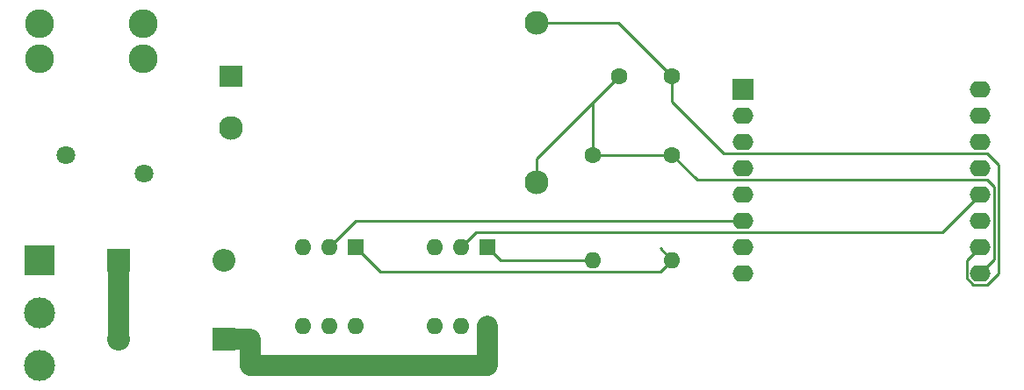
<source format=gbr>
%TF.GenerationSoftware,KiCad,Pcbnew,6.0.2+dfsg-1*%
%TF.CreationDate,2023-09-22T14:52:27+02:00*%
%TF.ProjectId,MaxPilot,4d617850-696c-46f7-942e-6b696361645f,rev?*%
%TF.SameCoordinates,Original*%
%TF.FileFunction,Copper,L1,Top*%
%TF.FilePolarity,Positive*%
%FSLAX46Y46*%
G04 Gerber Fmt 4.6, Leading zero omitted, Abs format (unit mm)*
G04 Created by KiCad (PCBNEW 6.0.2+dfsg-1) date 2023-09-22 14:52:27*
%MOMM*%
%LPD*%
G01*
G04 APERTURE LIST*
%TA.AperFunction,ComponentPad*%
%ADD10C,1.600000*%
%TD*%
%TA.AperFunction,ComponentPad*%
%ADD11O,1.600000X1.600000*%
%TD*%
%TA.AperFunction,ComponentPad*%
%ADD12C,2.780000*%
%TD*%
%TA.AperFunction,ComponentPad*%
%ADD13R,1.600000X1.600000*%
%TD*%
%TA.AperFunction,ComponentPad*%
%ADD14R,3.000000X3.000000*%
%TD*%
%TA.AperFunction,ComponentPad*%
%ADD15C,3.000000*%
%TD*%
%TA.AperFunction,ComponentPad*%
%ADD16R,2.300000X2.000000*%
%TD*%
%TA.AperFunction,ComponentPad*%
%ADD17C,2.300000*%
%TD*%
%TA.AperFunction,ComponentPad*%
%ADD18C,1.800000*%
%TD*%
%TA.AperFunction,ComponentPad*%
%ADD19R,2.000000X2.000000*%
%TD*%
%TA.AperFunction,ComponentPad*%
%ADD20O,2.000000X1.600000*%
%TD*%
%TA.AperFunction,ComponentPad*%
%ADD21R,2.200000X2.200000*%
%TD*%
%TA.AperFunction,ComponentPad*%
%ADD22O,2.200000X2.200000*%
%TD*%
%TA.AperFunction,Conductor*%
%ADD23C,2.000000*%
%TD*%
%TA.AperFunction,Conductor*%
%ADD24C,0.250000*%
%TD*%
G04 APERTURE END LIST*
D10*
%TO.P,R2,1*%
%TO.N,+5V*%
X78740000Y-27940000D03*
D11*
%TO.P,R2,2*%
%TO.N,Net-(R2-Pad2)*%
X78740000Y-38100000D03*
%TD*%
D12*
%TO.P,F1,1*%
%TO.N,LINE*%
X17780000Y-15240000D03*
X17780000Y-18640000D03*
%TO.P,F1,2*%
%TO.N,Net-(D2-Pad2)*%
X27700000Y-18640000D03*
X27700000Y-15240000D03*
%TD*%
D13*
%TO.P,U3,1*%
%TO.N,Net-(R2-Pad2)*%
X48245000Y-36840000D03*
D11*
%TO.P,U3,2*%
%TO.N,Net-(U1-Pad6)*%
X45705000Y-36840000D03*
%TO.P,U3,3,NC*%
%TO.N,unconnected-(U3-Pad3)*%
X43165000Y-36840000D03*
%TO.P,U3,4*%
%TO.N,Net-(D2-Pad2)*%
X43165000Y-44460000D03*
%TO.P,U3,5,NC*%
X45705000Y-44460000D03*
%TO.P,U3,6*%
X48245000Y-44460000D03*
%TD*%
D14*
%TO.P,J1,1,Pin_1*%
%TO.N,LINE*%
X17780000Y-38100000D03*
D15*
%TO.P,J1,2,Pin_2*%
%TO.N,NEUT*%
X17780000Y-43180000D03*
%TO.P,J1,3,Pin_3*%
%TO.N,/PILOT*%
X17780000Y-48260000D03*
%TD*%
D10*
%TO.P,R1,1*%
%TO.N,+5V*%
X71120000Y-27940000D03*
D11*
%TO.P,R1,2*%
%TO.N,Net-(R1-Pad2)*%
X71120000Y-38100000D03*
%TD*%
D16*
%TO.P,PS1,1,AC/L*%
%TO.N,Net-(D2-Pad2)*%
X36237500Y-20360000D03*
D17*
%TO.P,PS1,2,AC/N*%
%TO.N,NEUT*%
X36237500Y-25360000D03*
%TO.P,PS1,3,-Vout*%
%TO.N,GND*%
X65637500Y-15160000D03*
%TO.P,PS1,4,+Vout*%
%TO.N,+5V*%
X65637500Y-30560000D03*
%TD*%
D18*
%TO.P,RV1,1*%
%TO.N,LINE*%
X20320000Y-27940000D03*
%TO.P,RV1,2*%
%TO.N,NEUT*%
X27820000Y-29740000D03*
%TD*%
D13*
%TO.P,U2,1*%
%TO.N,Net-(R1-Pad2)*%
X60945000Y-36840000D03*
D11*
%TO.P,U2,2*%
%TO.N,Net-(U1-Pad12)*%
X58405000Y-36840000D03*
%TO.P,U2,3,NC*%
%TO.N,unconnected-(U2-Pad3)*%
X55865000Y-36840000D03*
%TO.P,U2,4*%
%TO.N,Net-(D2-Pad2)*%
X55865000Y-44460000D03*
%TO.P,U2,5,NC*%
%TO.N,unconnected-(U2-Pad5)*%
X58405000Y-44460000D03*
%TO.P,U2,6*%
%TO.N,Net-(D1-Pad1)*%
X60945000Y-44460000D03*
%TD*%
D19*
%TO.P,U1,1,~{RST}*%
%TO.N,unconnected-(U1-Pad1)*%
X85575000Y-21590000D03*
D20*
%TO.P,U1,2,A0*%
%TO.N,unconnected-(U1-Pad2)*%
X85575000Y-24130000D03*
%TO.P,U1,3,D0*%
%TO.N,unconnected-(U1-Pad3)*%
X85575000Y-26670000D03*
%TO.P,U1,4,SCK/D5*%
%TO.N,unconnected-(U1-Pad4)*%
X85575000Y-29210000D03*
%TO.P,U1,5,MISO/D6*%
%TO.N,unconnected-(U1-Pad5)*%
X85575000Y-31750000D03*
%TO.P,U1,6,MOSI/D7*%
%TO.N,Net-(U1-Pad6)*%
X85575000Y-34290000D03*
%TO.P,U1,7,CS/D8*%
%TO.N,unconnected-(U1-Pad7)*%
X85575000Y-36830000D03*
%TO.P,U1,8,3V3*%
%TO.N,unconnected-(U1-Pad8)*%
X85575000Y-39370000D03*
%TO.P,U1,9,5V*%
%TO.N,+5V*%
X108435000Y-39370000D03*
%TO.P,U1,10,GND*%
%TO.N,GND*%
X108435000Y-36830000D03*
%TO.P,U1,11,D4*%
%TO.N,unconnected-(U1-Pad11)*%
X108435000Y-34290000D03*
%TO.P,U1,12,D3*%
%TO.N,Net-(U1-Pad12)*%
X108435000Y-31750000D03*
%TO.P,U1,13,SDA/D2*%
%TO.N,unconnected-(U1-Pad13)*%
X108435000Y-29210000D03*
%TO.P,U1,14,SCL/D1*%
%TO.N,unconnected-(U1-Pad14)*%
X108435000Y-26670000D03*
%TO.P,U1,15,RX*%
%TO.N,unconnected-(U1-Pad15)*%
X108435000Y-24130000D03*
%TO.P,U1,16,TX*%
%TO.N,unconnected-(U1-Pad16)*%
X108435000Y-21590000D03*
%TD*%
D21*
%TO.P,D1,1,K*%
%TO.N,Net-(D1-Pad1)*%
X35560000Y-45720000D03*
D22*
%TO.P,D1,2,A*%
%TO.N,/PILOT*%
X25400000Y-45720000D03*
%TD*%
D21*
%TO.P,D2,1,K*%
%TO.N,/PILOT*%
X25400000Y-38100000D03*
D22*
%TO.P,D2,2,A*%
%TO.N,Net-(D2-Pad2)*%
X35560000Y-38100000D03*
%TD*%
D10*
%TO.P,C1,1*%
%TO.N,+5V*%
X73660000Y-20320000D03*
%TO.P,C1,2*%
%TO.N,GND*%
X78660000Y-20320000D03*
%TD*%
D23*
%TO.N,Net-(D1-Pad1)*%
X38100000Y-48260000D02*
X38100000Y-45720000D01*
D24*
X60945000Y-48245000D02*
X60960000Y-48260000D01*
D23*
X60945000Y-44460000D02*
X60945000Y-48245000D01*
X60960000Y-48260000D02*
X38100000Y-48260000D01*
X38100000Y-45720000D02*
X35560000Y-45720000D01*
D24*
%TO.N,Net-(U1-Pad12)*%
X58405000Y-36840000D02*
X59830480Y-35414520D01*
X59830480Y-35414520D02*
X104770480Y-35414520D01*
X104770480Y-35414520D02*
X108435000Y-31750000D01*
%TO.N,Net-(U1-Pad6)*%
X45705000Y-36840000D02*
X48255000Y-34290000D01*
X48255000Y-34290000D02*
X85575000Y-34290000D01*
%TO.N,Net-(R2-Pad2)*%
X78740000Y-38100000D02*
X77615489Y-39224511D01*
X77615489Y-39224511D02*
X50629511Y-39224511D01*
X50629511Y-39224511D02*
X48245000Y-36840000D01*
%TO.N,Net-(R1-Pad2)*%
X71120000Y-38100000D02*
X62205000Y-38100000D01*
X62205000Y-38100000D02*
X60945000Y-36840000D01*
D23*
%TO.N,/PILOT*%
X25400000Y-38100000D02*
X25400000Y-45720000D01*
D24*
%TO.N,GND*%
X65637500Y-15160000D02*
X73500000Y-15160000D01*
X110209040Y-28929040D02*
X109074520Y-27794520D01*
X83674520Y-27794520D02*
X78660000Y-22780000D01*
X110209040Y-39386271D02*
X110209040Y-28929040D01*
X109074520Y-27794520D02*
X83674520Y-27794520D01*
X107110480Y-38154520D02*
X107110480Y-39835791D01*
X108435000Y-36830000D02*
X107110480Y-38154520D01*
X78660000Y-22780000D02*
X78660000Y-20320000D01*
X73500000Y-15160000D02*
X78660000Y-20320000D01*
X107110480Y-39835791D02*
X107769209Y-40494520D01*
X109100791Y-40494520D02*
X110209040Y-39386271D01*
X107769209Y-40494520D02*
X109100791Y-40494520D01*
%TO.N,+5V*%
X78740000Y-27940000D02*
X71120000Y-27940000D01*
X108435000Y-39370000D02*
X109759520Y-38045480D01*
X109759520Y-31019520D02*
X109074520Y-30334520D01*
X65637500Y-28342500D02*
X73660000Y-20320000D01*
X71120000Y-22860000D02*
X73660000Y-20320000D01*
X109074520Y-30334520D02*
X81134520Y-30334520D01*
X109759520Y-38045480D02*
X109759520Y-31019520D01*
X81134520Y-30334520D02*
X78740000Y-27940000D01*
X65637500Y-30560000D02*
X65637500Y-28342500D01*
X71120000Y-27940000D02*
X71120000Y-22860000D01*
%TO.N,Net-(R2-Pad2)*%
X78740000Y-38100000D02*
X77615489Y-36975489D01*
%TD*%
M02*

</source>
